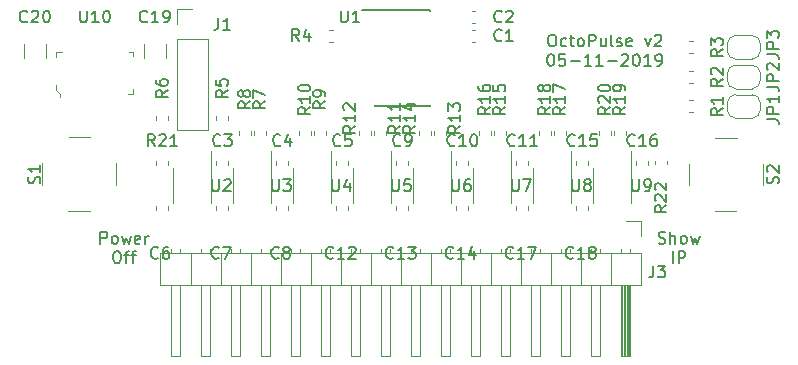
<source format=gto>
G04 #@! TF.GenerationSoftware,KiCad,Pcbnew,(5.1.4)-1*
G04 #@! TF.CreationDate,2019-11-05T21:54:15-05:00*
G04 #@! TF.ProjectId,haptic-uhat,68617074-6963-42d7-9568-61742e6b6963,rev?*
G04 #@! TF.SameCoordinates,Original*
G04 #@! TF.FileFunction,Legend,Top*
G04 #@! TF.FilePolarity,Positive*
%FSLAX46Y46*%
G04 Gerber Fmt 4.6, Leading zero omitted, Abs format (unit mm)*
G04 Created by KiCad (PCBNEW (5.1.4)-1) date 2019-11-05 21:54:15*
%MOMM*%
%LPD*%
G04 APERTURE LIST*
%ADD10C,0.150000*%
%ADD11C,0.100000*%
%ADD12C,0.120000*%
G04 APERTURE END LIST*
D10*
X66785714Y-50579761D02*
X66928571Y-50627380D01*
X67166666Y-50627380D01*
X67261904Y-50579761D01*
X67309523Y-50532142D01*
X67357142Y-50436904D01*
X67357142Y-50341666D01*
X67309523Y-50246428D01*
X67261904Y-50198809D01*
X67166666Y-50151190D01*
X66976190Y-50103571D01*
X66880952Y-50055952D01*
X66833333Y-50008333D01*
X66785714Y-49913095D01*
X66785714Y-49817857D01*
X66833333Y-49722619D01*
X66880952Y-49675000D01*
X66976190Y-49627380D01*
X67214285Y-49627380D01*
X67357142Y-49675000D01*
X67785714Y-50627380D02*
X67785714Y-49627380D01*
X68214285Y-50627380D02*
X68214285Y-50103571D01*
X68166666Y-50008333D01*
X68071428Y-49960714D01*
X67928571Y-49960714D01*
X67833333Y-50008333D01*
X67785714Y-50055952D01*
X68833333Y-50627380D02*
X68738095Y-50579761D01*
X68690476Y-50532142D01*
X68642857Y-50436904D01*
X68642857Y-50151190D01*
X68690476Y-50055952D01*
X68738095Y-50008333D01*
X68833333Y-49960714D01*
X68976190Y-49960714D01*
X69071428Y-50008333D01*
X69119047Y-50055952D01*
X69166666Y-50151190D01*
X69166666Y-50436904D01*
X69119047Y-50532142D01*
X69071428Y-50579761D01*
X68976190Y-50627380D01*
X68833333Y-50627380D01*
X69500000Y-49960714D02*
X69690476Y-50627380D01*
X69880952Y-50151190D01*
X70071428Y-50627380D01*
X70261904Y-49960714D01*
X68000000Y-52277380D02*
X68000000Y-51277380D01*
X68476190Y-52277380D02*
X68476190Y-51277380D01*
X68857142Y-51277380D01*
X68952380Y-51325000D01*
X69000000Y-51372619D01*
X69047619Y-51467857D01*
X69047619Y-51610714D01*
X69000000Y-51705952D01*
X68952380Y-51753571D01*
X68857142Y-51801190D01*
X68476190Y-51801190D01*
X19523809Y-50627380D02*
X19523809Y-49627380D01*
X19904761Y-49627380D01*
X19999999Y-49675000D01*
X20047619Y-49722619D01*
X20095238Y-49817857D01*
X20095238Y-49960714D01*
X20047619Y-50055952D01*
X19999999Y-50103571D01*
X19904761Y-50151190D01*
X19523809Y-50151190D01*
X20666666Y-50627380D02*
X20571428Y-50579761D01*
X20523809Y-50532142D01*
X20476190Y-50436904D01*
X20476190Y-50151190D01*
X20523809Y-50055952D01*
X20571428Y-50008333D01*
X20666666Y-49960714D01*
X20809523Y-49960714D01*
X20904761Y-50008333D01*
X20952380Y-50055952D01*
X20999999Y-50151190D01*
X20999999Y-50436904D01*
X20952380Y-50532142D01*
X20904761Y-50579761D01*
X20809523Y-50627380D01*
X20666666Y-50627380D01*
X21333333Y-49960714D02*
X21523809Y-50627380D01*
X21714285Y-50151190D01*
X21904761Y-50627380D01*
X22095238Y-49960714D01*
X22857142Y-50579761D02*
X22761904Y-50627380D01*
X22571428Y-50627380D01*
X22476190Y-50579761D01*
X22428571Y-50484523D01*
X22428571Y-50103571D01*
X22476190Y-50008333D01*
X22571428Y-49960714D01*
X22761904Y-49960714D01*
X22857142Y-50008333D01*
X22904761Y-50103571D01*
X22904761Y-50198809D01*
X22428571Y-50294047D01*
X23333333Y-50627380D02*
X23333333Y-49960714D01*
X23333333Y-50151190D02*
X23380952Y-50055952D01*
X23428571Y-50008333D01*
X23523809Y-49960714D01*
X23619047Y-49960714D01*
X20833333Y-51277380D02*
X21023809Y-51277380D01*
X21119047Y-51325000D01*
X21214285Y-51420238D01*
X21261904Y-51610714D01*
X21261904Y-51944047D01*
X21214285Y-52134523D01*
X21119047Y-52229761D01*
X21023809Y-52277380D01*
X20833333Y-52277380D01*
X20738095Y-52229761D01*
X20642857Y-52134523D01*
X20595238Y-51944047D01*
X20595238Y-51610714D01*
X20642857Y-51420238D01*
X20738095Y-51325000D01*
X20833333Y-51277380D01*
X21547619Y-51610714D02*
X21928571Y-51610714D01*
X21690476Y-52277380D02*
X21690476Y-51420238D01*
X21738095Y-51325000D01*
X21833333Y-51277380D01*
X21928571Y-51277380D01*
X22119047Y-51610714D02*
X22500000Y-51610714D01*
X22261904Y-52277380D02*
X22261904Y-51420238D01*
X22309523Y-51325000D01*
X22404761Y-51277380D01*
X22500000Y-51277380D01*
X57682380Y-32917380D02*
X57872857Y-32917380D01*
X57968095Y-32965000D01*
X58063333Y-33060238D01*
X58110952Y-33250714D01*
X58110952Y-33584047D01*
X58063333Y-33774523D01*
X57968095Y-33869761D01*
X57872857Y-33917380D01*
X57682380Y-33917380D01*
X57587142Y-33869761D01*
X57491904Y-33774523D01*
X57444285Y-33584047D01*
X57444285Y-33250714D01*
X57491904Y-33060238D01*
X57587142Y-32965000D01*
X57682380Y-32917380D01*
X58968095Y-33869761D02*
X58872857Y-33917380D01*
X58682380Y-33917380D01*
X58587142Y-33869761D01*
X58539523Y-33822142D01*
X58491904Y-33726904D01*
X58491904Y-33441190D01*
X58539523Y-33345952D01*
X58587142Y-33298333D01*
X58682380Y-33250714D01*
X58872857Y-33250714D01*
X58968095Y-33298333D01*
X59253809Y-33250714D02*
X59634761Y-33250714D01*
X59396666Y-32917380D02*
X59396666Y-33774523D01*
X59444285Y-33869761D01*
X59539523Y-33917380D01*
X59634761Y-33917380D01*
X60110952Y-33917380D02*
X60015714Y-33869761D01*
X59968095Y-33822142D01*
X59920476Y-33726904D01*
X59920476Y-33441190D01*
X59968095Y-33345952D01*
X60015714Y-33298333D01*
X60110952Y-33250714D01*
X60253809Y-33250714D01*
X60349047Y-33298333D01*
X60396666Y-33345952D01*
X60444285Y-33441190D01*
X60444285Y-33726904D01*
X60396666Y-33822142D01*
X60349047Y-33869761D01*
X60253809Y-33917380D01*
X60110952Y-33917380D01*
X60872857Y-33917380D02*
X60872857Y-32917380D01*
X61253809Y-32917380D01*
X61349047Y-32965000D01*
X61396666Y-33012619D01*
X61444285Y-33107857D01*
X61444285Y-33250714D01*
X61396666Y-33345952D01*
X61349047Y-33393571D01*
X61253809Y-33441190D01*
X60872857Y-33441190D01*
X62301428Y-33250714D02*
X62301428Y-33917380D01*
X61872857Y-33250714D02*
X61872857Y-33774523D01*
X61920476Y-33869761D01*
X62015714Y-33917380D01*
X62158571Y-33917380D01*
X62253809Y-33869761D01*
X62301428Y-33822142D01*
X62920476Y-33917380D02*
X62825238Y-33869761D01*
X62777619Y-33774523D01*
X62777619Y-32917380D01*
X63253809Y-33869761D02*
X63349047Y-33917380D01*
X63539523Y-33917380D01*
X63634761Y-33869761D01*
X63682380Y-33774523D01*
X63682380Y-33726904D01*
X63634761Y-33631666D01*
X63539523Y-33584047D01*
X63396666Y-33584047D01*
X63301428Y-33536428D01*
X63253809Y-33441190D01*
X63253809Y-33393571D01*
X63301428Y-33298333D01*
X63396666Y-33250714D01*
X63539523Y-33250714D01*
X63634761Y-33298333D01*
X64491904Y-33869761D02*
X64396666Y-33917380D01*
X64206190Y-33917380D01*
X64110952Y-33869761D01*
X64063333Y-33774523D01*
X64063333Y-33393571D01*
X64110952Y-33298333D01*
X64206190Y-33250714D01*
X64396666Y-33250714D01*
X64491904Y-33298333D01*
X64539523Y-33393571D01*
X64539523Y-33488809D01*
X64063333Y-33584047D01*
X65634761Y-33250714D02*
X65872857Y-33917380D01*
X66110952Y-33250714D01*
X66444285Y-33012619D02*
X66491904Y-32965000D01*
X66587142Y-32917380D01*
X66825238Y-32917380D01*
X66920476Y-32965000D01*
X66968095Y-33012619D01*
X67015714Y-33107857D01*
X67015714Y-33203095D01*
X66968095Y-33345952D01*
X66396666Y-33917380D01*
X67015714Y-33917380D01*
X57610952Y-34567380D02*
X57706190Y-34567380D01*
X57801428Y-34615000D01*
X57849047Y-34662619D01*
X57896666Y-34757857D01*
X57944285Y-34948333D01*
X57944285Y-35186428D01*
X57896666Y-35376904D01*
X57849047Y-35472142D01*
X57801428Y-35519761D01*
X57706190Y-35567380D01*
X57610952Y-35567380D01*
X57515714Y-35519761D01*
X57468095Y-35472142D01*
X57420476Y-35376904D01*
X57372857Y-35186428D01*
X57372857Y-34948333D01*
X57420476Y-34757857D01*
X57468095Y-34662619D01*
X57515714Y-34615000D01*
X57610952Y-34567380D01*
X58849047Y-34567380D02*
X58372857Y-34567380D01*
X58325238Y-35043571D01*
X58372857Y-34995952D01*
X58468095Y-34948333D01*
X58706190Y-34948333D01*
X58801428Y-34995952D01*
X58849047Y-35043571D01*
X58896666Y-35138809D01*
X58896666Y-35376904D01*
X58849047Y-35472142D01*
X58801428Y-35519761D01*
X58706190Y-35567380D01*
X58468095Y-35567380D01*
X58372857Y-35519761D01*
X58325238Y-35472142D01*
X59325238Y-35186428D02*
X60087142Y-35186428D01*
X61087142Y-35567380D02*
X60515714Y-35567380D01*
X60801428Y-35567380D02*
X60801428Y-34567380D01*
X60706190Y-34710238D01*
X60610952Y-34805476D01*
X60515714Y-34853095D01*
X62039523Y-35567380D02*
X61468095Y-35567380D01*
X61753809Y-35567380D02*
X61753809Y-34567380D01*
X61658571Y-34710238D01*
X61563333Y-34805476D01*
X61468095Y-34853095D01*
X62468095Y-35186428D02*
X63230000Y-35186428D01*
X63658571Y-34662619D02*
X63706190Y-34615000D01*
X63801428Y-34567380D01*
X64039523Y-34567380D01*
X64134761Y-34615000D01*
X64182380Y-34662619D01*
X64230000Y-34757857D01*
X64230000Y-34853095D01*
X64182380Y-34995952D01*
X63610952Y-35567380D01*
X64230000Y-35567380D01*
X64849047Y-34567380D02*
X64944285Y-34567380D01*
X65039523Y-34615000D01*
X65087142Y-34662619D01*
X65134761Y-34757857D01*
X65182380Y-34948333D01*
X65182380Y-35186428D01*
X65134761Y-35376904D01*
X65087142Y-35472142D01*
X65039523Y-35519761D01*
X64944285Y-35567380D01*
X64849047Y-35567380D01*
X64753809Y-35519761D01*
X64706190Y-35472142D01*
X64658571Y-35376904D01*
X64610952Y-35186428D01*
X64610952Y-34948333D01*
X64658571Y-34757857D01*
X64706190Y-34662619D01*
X64753809Y-34615000D01*
X64849047Y-34567380D01*
X66134761Y-35567380D02*
X65563333Y-35567380D01*
X65849047Y-35567380D02*
X65849047Y-34567380D01*
X65753809Y-34710238D01*
X65658571Y-34805476D01*
X65563333Y-34853095D01*
X66610952Y-35567380D02*
X66801428Y-35567380D01*
X66896666Y-35519761D01*
X66944285Y-35472142D01*
X67039523Y-35329285D01*
X67087142Y-35138809D01*
X67087142Y-34757857D01*
X67039523Y-34662619D01*
X66991904Y-34615000D01*
X66896666Y-34567380D01*
X66706190Y-34567380D01*
X66610952Y-34615000D01*
X66563333Y-34662619D01*
X66515714Y-34757857D01*
X66515714Y-34995952D01*
X66563333Y-35091190D01*
X66610952Y-35138809D01*
X66706190Y-35186428D01*
X66896666Y-35186428D01*
X66991904Y-35138809D01*
X67039523Y-35091190D01*
X67087142Y-34995952D01*
D11*
X71600000Y-47850000D02*
X73300000Y-47850000D01*
X75600000Y-44750000D02*
X75600000Y-43850000D01*
X75600000Y-44750000D02*
X75600000Y-45650000D01*
X69400000Y-44750000D02*
X69400000Y-43850000D01*
X69400000Y-44750000D02*
X69400000Y-45650000D01*
X71600000Y-41650000D02*
X73400000Y-41650000D01*
D12*
X66490000Y-43587221D02*
X66490000Y-43912779D01*
X67510000Y-43587221D02*
X67510000Y-43912779D01*
X14880000Y-33687936D02*
X14880000Y-34892064D01*
X13060000Y-33687936D02*
X13060000Y-34892064D01*
X29335000Y-43652221D02*
X29335000Y-43977779D01*
X30355000Y-43652221D02*
X30355000Y-43977779D01*
D10*
X47410000Y-30900000D02*
X47410000Y-30925000D01*
X47410000Y-38950000D02*
X47410000Y-38925000D01*
X42760000Y-38950000D02*
X42760000Y-38925000D01*
X41685000Y-30850000D02*
X47410000Y-30850000D01*
X42760000Y-38950000D02*
X47410000Y-38950000D01*
D12*
X50954721Y-33530000D02*
X51280279Y-33530000D01*
X50954721Y-32510000D02*
X51280279Y-32510000D01*
X50954721Y-30922500D02*
X51280279Y-30922500D01*
X50954721Y-31942500D02*
X51280279Y-31942500D01*
X34415000Y-43652221D02*
X34415000Y-43977779D01*
X35435000Y-43652221D02*
X35435000Y-43977779D01*
X39495000Y-43652221D02*
X39495000Y-43977779D01*
X40515000Y-43652221D02*
X40515000Y-43977779D01*
X24255000Y-47787779D02*
X24255000Y-47462221D01*
X25275000Y-47787779D02*
X25275000Y-47462221D01*
X29335000Y-47787779D02*
X29335000Y-47462221D01*
X30355000Y-47787779D02*
X30355000Y-47462221D01*
X34415000Y-47787779D02*
X34415000Y-47462221D01*
X35435000Y-47787779D02*
X35435000Y-47462221D01*
X44575000Y-43652221D02*
X44575000Y-43977779D01*
X45595000Y-43652221D02*
X45595000Y-43977779D01*
X50675000Y-43652221D02*
X50675000Y-43977779D01*
X49655000Y-43652221D02*
X49655000Y-43977779D01*
X54735000Y-43652221D02*
X54735000Y-43977779D01*
X55755000Y-43652221D02*
X55755000Y-43977779D01*
X40515000Y-47787779D02*
X40515000Y-47462221D01*
X39495000Y-47787779D02*
X39495000Y-47462221D01*
X45595000Y-47787779D02*
X45595000Y-47462221D01*
X44575000Y-47787779D02*
X44575000Y-47462221D01*
X49655000Y-47787779D02*
X49655000Y-47462221D01*
X50675000Y-47787779D02*
X50675000Y-47462221D01*
X60835000Y-43652221D02*
X60835000Y-43977779D01*
X59815000Y-43652221D02*
X59815000Y-43977779D01*
X64895000Y-43652221D02*
X64895000Y-43977779D01*
X65915000Y-43652221D02*
X65915000Y-43977779D01*
X54735000Y-47787779D02*
X54735000Y-47462221D01*
X55755000Y-47787779D02*
X55755000Y-47462221D01*
X59815000Y-47787779D02*
X59815000Y-47462221D01*
X60835000Y-47787779D02*
X60835000Y-47462221D01*
X65330000Y-51440000D02*
X24570000Y-51440000D01*
X24570000Y-51440000D02*
X24570000Y-54100000D01*
X24570000Y-54100000D02*
X65330000Y-54100000D01*
X65330000Y-54100000D02*
X65330000Y-51440000D01*
X64380000Y-54100000D02*
X64380000Y-60100000D01*
X64380000Y-60100000D02*
X63620000Y-60100000D01*
X63620000Y-60100000D02*
X63620000Y-54100000D01*
X64320000Y-54100000D02*
X64320000Y-60100000D01*
X64200000Y-54100000D02*
X64200000Y-60100000D01*
X64080000Y-54100000D02*
X64080000Y-60100000D01*
X63960000Y-54100000D02*
X63960000Y-60100000D01*
X63840000Y-54100000D02*
X63840000Y-60100000D01*
X63720000Y-54100000D02*
X63720000Y-60100000D01*
X64380000Y-51110000D02*
X64380000Y-51440000D01*
X63620000Y-51110000D02*
X63620000Y-51440000D01*
X62730000Y-51440000D02*
X62730000Y-54100000D01*
X61840000Y-54100000D02*
X61840000Y-60100000D01*
X61840000Y-60100000D02*
X61080000Y-60100000D01*
X61080000Y-60100000D02*
X61080000Y-54100000D01*
X61840000Y-51042929D02*
X61840000Y-51440000D01*
X61080000Y-51042929D02*
X61080000Y-51440000D01*
X60190000Y-51440000D02*
X60190000Y-54100000D01*
X59300000Y-54100000D02*
X59300000Y-60100000D01*
X59300000Y-60100000D02*
X58540000Y-60100000D01*
X58540000Y-60100000D02*
X58540000Y-54100000D01*
X59300000Y-51042929D02*
X59300000Y-51440000D01*
X58540000Y-51042929D02*
X58540000Y-51440000D01*
X57650000Y-51440000D02*
X57650000Y-54100000D01*
X56760000Y-54100000D02*
X56760000Y-60100000D01*
X56760000Y-60100000D02*
X56000000Y-60100000D01*
X56000000Y-60100000D02*
X56000000Y-54100000D01*
X56760000Y-51042929D02*
X56760000Y-51440000D01*
X56000000Y-51042929D02*
X56000000Y-51440000D01*
X55110000Y-51440000D02*
X55110000Y-54100000D01*
X54220000Y-54100000D02*
X54220000Y-60100000D01*
X54220000Y-60100000D02*
X53460000Y-60100000D01*
X53460000Y-60100000D02*
X53460000Y-54100000D01*
X54220000Y-51042929D02*
X54220000Y-51440000D01*
X53460000Y-51042929D02*
X53460000Y-51440000D01*
X52570000Y-51440000D02*
X52570000Y-54100000D01*
X51680000Y-54100000D02*
X51680000Y-60100000D01*
X51680000Y-60100000D02*
X50920000Y-60100000D01*
X50920000Y-60100000D02*
X50920000Y-54100000D01*
X51680000Y-51042929D02*
X51680000Y-51440000D01*
X50920000Y-51042929D02*
X50920000Y-51440000D01*
X50030000Y-51440000D02*
X50030000Y-54100000D01*
X49140000Y-54100000D02*
X49140000Y-60100000D01*
X49140000Y-60100000D02*
X48380000Y-60100000D01*
X48380000Y-60100000D02*
X48380000Y-54100000D01*
X49140000Y-51042929D02*
X49140000Y-51440000D01*
X48380000Y-51042929D02*
X48380000Y-51440000D01*
X47490000Y-51440000D02*
X47490000Y-54100000D01*
X46600000Y-54100000D02*
X46600000Y-60100000D01*
X46600000Y-60100000D02*
X45840000Y-60100000D01*
X45840000Y-60100000D02*
X45840000Y-54100000D01*
X46600000Y-51042929D02*
X46600000Y-51440000D01*
X45840000Y-51042929D02*
X45840000Y-51440000D01*
X44950000Y-51440000D02*
X44950000Y-54100000D01*
X44060000Y-54100000D02*
X44060000Y-60100000D01*
X44060000Y-60100000D02*
X43300000Y-60100000D01*
X43300000Y-60100000D02*
X43300000Y-54100000D01*
X44060000Y-51042929D02*
X44060000Y-51440000D01*
X43300000Y-51042929D02*
X43300000Y-51440000D01*
X42410000Y-51440000D02*
X42410000Y-54100000D01*
X41520000Y-54100000D02*
X41520000Y-60100000D01*
X41520000Y-60100000D02*
X40760000Y-60100000D01*
X40760000Y-60100000D02*
X40760000Y-54100000D01*
X41520000Y-51042929D02*
X41520000Y-51440000D01*
X40760000Y-51042929D02*
X40760000Y-51440000D01*
X39870000Y-51440000D02*
X39870000Y-54100000D01*
X38980000Y-54100000D02*
X38980000Y-60100000D01*
X38980000Y-60100000D02*
X38220000Y-60100000D01*
X38220000Y-60100000D02*
X38220000Y-54100000D01*
X38980000Y-51042929D02*
X38980000Y-51440000D01*
X38220000Y-51042929D02*
X38220000Y-51440000D01*
X37330000Y-51440000D02*
X37330000Y-54100000D01*
X36440000Y-54100000D02*
X36440000Y-60100000D01*
X36440000Y-60100000D02*
X35680000Y-60100000D01*
X35680000Y-60100000D02*
X35680000Y-54100000D01*
X36440000Y-51042929D02*
X36440000Y-51440000D01*
X35680000Y-51042929D02*
X35680000Y-51440000D01*
X34790000Y-51440000D02*
X34790000Y-54100000D01*
X33900000Y-54100000D02*
X33900000Y-60100000D01*
X33900000Y-60100000D02*
X33140000Y-60100000D01*
X33140000Y-60100000D02*
X33140000Y-54100000D01*
X33900000Y-51042929D02*
X33900000Y-51440000D01*
X33140000Y-51042929D02*
X33140000Y-51440000D01*
X32250000Y-51440000D02*
X32250000Y-54100000D01*
X31360000Y-54100000D02*
X31360000Y-60100000D01*
X31360000Y-60100000D02*
X30600000Y-60100000D01*
X30600000Y-60100000D02*
X30600000Y-54100000D01*
X31360000Y-51042929D02*
X31360000Y-51440000D01*
X30600000Y-51042929D02*
X30600000Y-51440000D01*
X29710000Y-51440000D02*
X29710000Y-54100000D01*
X28820000Y-54100000D02*
X28820000Y-60100000D01*
X28820000Y-60100000D02*
X28060000Y-60100000D01*
X28060000Y-60100000D02*
X28060000Y-54100000D01*
X28820000Y-51042929D02*
X28820000Y-51440000D01*
X28060000Y-51042929D02*
X28060000Y-51440000D01*
X27170000Y-51440000D02*
X27170000Y-54100000D01*
X26280000Y-54100000D02*
X26280000Y-60100000D01*
X26280000Y-60100000D02*
X25520000Y-60100000D01*
X25520000Y-60100000D02*
X25520000Y-54100000D01*
X26280000Y-51042929D02*
X26280000Y-51440000D01*
X25520000Y-51042929D02*
X25520000Y-51440000D01*
X64000000Y-48730000D02*
X65270000Y-48730000D01*
X65270000Y-48730000D02*
X65270000Y-50000000D01*
X69662779Y-39510000D02*
X69337221Y-39510000D01*
X69662779Y-38490000D02*
X69337221Y-38490000D01*
X69662779Y-35990000D02*
X69337221Y-35990000D01*
X69662779Y-37010000D02*
X69337221Y-37010000D01*
X69662779Y-34510000D02*
X69337221Y-34510000D01*
X69662779Y-33490000D02*
X69337221Y-33490000D01*
X38889721Y-33530000D02*
X39215279Y-33530000D01*
X38889721Y-32510000D02*
X39215279Y-32510000D01*
X28915000Y-45720000D02*
X28915000Y-42795000D01*
X28915000Y-45720000D02*
X28915000Y-47220000D01*
X25695000Y-45720000D02*
X25695000Y-44220000D01*
X25695000Y-45720000D02*
X25695000Y-47220000D01*
X30775000Y-45720000D02*
X30775000Y-47220000D01*
X30775000Y-45720000D02*
X30775000Y-44220000D01*
X33995000Y-45720000D02*
X33995000Y-47220000D01*
X33995000Y-45720000D02*
X33995000Y-42795000D01*
X35855000Y-45720000D02*
X35855000Y-47220000D01*
X35855000Y-45720000D02*
X35855000Y-44220000D01*
X39075000Y-45720000D02*
X39075000Y-47220000D01*
X39075000Y-45720000D02*
X39075000Y-42795000D01*
X44155000Y-45720000D02*
X44155000Y-42795000D01*
X44155000Y-45720000D02*
X44155000Y-47220000D01*
X40935000Y-45720000D02*
X40935000Y-44220000D01*
X40935000Y-45720000D02*
X40935000Y-47220000D01*
X46015000Y-45720000D02*
X46015000Y-47220000D01*
X46015000Y-45720000D02*
X46015000Y-44220000D01*
X49235000Y-45720000D02*
X49235000Y-47220000D01*
X49235000Y-45720000D02*
X49235000Y-42795000D01*
X51095000Y-45720000D02*
X51095000Y-47220000D01*
X51095000Y-45720000D02*
X51095000Y-44220000D01*
X54315000Y-45720000D02*
X54315000Y-47220000D01*
X54315000Y-45720000D02*
X54315000Y-42795000D01*
X59395000Y-45720000D02*
X59395000Y-42795000D01*
X59395000Y-45720000D02*
X59395000Y-47220000D01*
X56175000Y-45720000D02*
X56175000Y-44220000D01*
X56175000Y-45720000D02*
X56175000Y-47220000D01*
X64475000Y-45720000D02*
X64475000Y-42795000D01*
X64475000Y-45720000D02*
X64475000Y-47220000D01*
X61255000Y-45720000D02*
X61255000Y-44220000D01*
X61255000Y-45720000D02*
X61255000Y-47220000D01*
X73300000Y-40000000D02*
G75*
G02X72600000Y-39300000I0J700000D01*
G01*
X72600000Y-38700000D02*
G75*
G02X73300000Y-38000000I700000J0D01*
G01*
X74700000Y-38000000D02*
G75*
G02X75400000Y-38700000I0J-700000D01*
G01*
X75400000Y-39300000D02*
G75*
G02X74700000Y-40000000I-700000J0D01*
G01*
X75400000Y-38700000D02*
X75400000Y-39300000D01*
X73300000Y-38000000D02*
X74700000Y-38000000D01*
X72600000Y-39300000D02*
X72600000Y-38700000D01*
X74700000Y-40000000D02*
X73300000Y-40000000D01*
X74700000Y-37500000D02*
X73300000Y-37500000D01*
X72600000Y-36800000D02*
X72600000Y-36200000D01*
X73300000Y-35500000D02*
X74700000Y-35500000D01*
X75400000Y-36200000D02*
X75400000Y-36800000D01*
X75400000Y-36800000D02*
G75*
G02X74700000Y-37500000I-700000J0D01*
G01*
X74700000Y-35500000D02*
G75*
G02X75400000Y-36200000I0J-700000D01*
G01*
X72600000Y-36200000D02*
G75*
G02X73300000Y-35500000I700000J0D01*
G01*
X73300000Y-37500000D02*
G75*
G02X72600000Y-36800000I0J700000D01*
G01*
X73300000Y-35000000D02*
G75*
G02X72600000Y-34300000I0J700000D01*
G01*
X72600000Y-33700000D02*
G75*
G02X73300000Y-33000000I700000J0D01*
G01*
X74700000Y-33000000D02*
G75*
G02X75400000Y-33700000I0J-700000D01*
G01*
X75400000Y-34300000D02*
G75*
G02X74700000Y-35000000I-700000J0D01*
G01*
X75400000Y-33700000D02*
X75400000Y-34300000D01*
X73300000Y-33000000D02*
X74700000Y-33000000D01*
X72600000Y-34300000D02*
X72600000Y-33700000D01*
X74700000Y-35000000D02*
X73300000Y-35000000D01*
X29335000Y-39842221D02*
X29335000Y-40167779D01*
X30355000Y-39842221D02*
X30355000Y-40167779D01*
X25275000Y-39842221D02*
X25275000Y-40167779D01*
X24255000Y-39842221D02*
X24255000Y-40167779D01*
X32510000Y-41112221D02*
X32510000Y-41437779D01*
X33530000Y-41112221D02*
X33530000Y-41437779D01*
X32260000Y-41112221D02*
X32260000Y-41437779D01*
X31240000Y-41112221D02*
X31240000Y-41437779D01*
X37590000Y-41112221D02*
X37590000Y-41437779D01*
X38610000Y-41112221D02*
X38610000Y-41437779D01*
X37340000Y-41112221D02*
X37340000Y-41437779D01*
X36320000Y-41112221D02*
X36320000Y-41437779D01*
X43690000Y-41112221D02*
X43690000Y-41437779D01*
X42670000Y-41112221D02*
X42670000Y-41437779D01*
X41400000Y-41112221D02*
X41400000Y-41437779D01*
X42420000Y-41112221D02*
X42420000Y-41437779D01*
X47750000Y-41112221D02*
X47750000Y-41437779D01*
X48770000Y-41112221D02*
X48770000Y-41437779D01*
X46480000Y-41112221D02*
X46480000Y-41437779D01*
X47500000Y-41112221D02*
X47500000Y-41437779D01*
X53850000Y-41112221D02*
X53850000Y-41437779D01*
X52830000Y-41112221D02*
X52830000Y-41437779D01*
X52580000Y-41112221D02*
X52580000Y-41437779D01*
X51560000Y-41112221D02*
X51560000Y-41437779D01*
X57910000Y-41112221D02*
X57910000Y-41437779D01*
X58930000Y-41112221D02*
X58930000Y-41437779D01*
X57660000Y-41112221D02*
X57660000Y-41437779D01*
X56640000Y-41112221D02*
X56640000Y-41437779D01*
X62990000Y-41112221D02*
X62990000Y-41437779D01*
X64010000Y-41112221D02*
X64010000Y-41437779D01*
X62740000Y-41112221D02*
X62740000Y-41437779D01*
X61720000Y-41112221D02*
X61720000Y-41437779D01*
X25975000Y-41017500D02*
X28635000Y-41017500D01*
X25975000Y-33337500D02*
X25975000Y-41017500D01*
X28635000Y-33337500D02*
X28635000Y-41017500D01*
X25975000Y-33337500D02*
X28635000Y-33337500D01*
X25975000Y-32067500D02*
X25975000Y-30737500D01*
X25975000Y-30737500D02*
X27305000Y-30737500D01*
X25040000Y-34892064D02*
X25040000Y-33687936D01*
X23220000Y-34892064D02*
X23220000Y-33687936D01*
X24255000Y-43977779D02*
X24255000Y-43652221D01*
X25275000Y-43977779D02*
X25275000Y-43652221D01*
D11*
X18603800Y-47829400D02*
X16803800Y-47829400D01*
X20803800Y-44729400D02*
X20803800Y-43829400D01*
X20803800Y-44729400D02*
X20803800Y-45629400D01*
X14603800Y-44729400D02*
X14603800Y-43829400D01*
X14603800Y-44729400D02*
X14603800Y-45629400D01*
X18603800Y-41629400D02*
X16903800Y-41629400D01*
X15775000Y-37170000D02*
X15775000Y-37645000D01*
X15775000Y-37645000D02*
X16075000Y-37970000D01*
X16075000Y-37970000D02*
X16075000Y-38165000D01*
X22325000Y-37495000D02*
X22325000Y-37970000D01*
X22325000Y-37970000D02*
X21875000Y-37970000D01*
X16275000Y-34420000D02*
X15775000Y-34420000D01*
X15775000Y-34420000D02*
X15775000Y-34820000D01*
X21950000Y-34420000D02*
X22325000Y-34420000D01*
X22325000Y-34420000D02*
X22325000Y-34720000D01*
D10*
X76904761Y-45511904D02*
X76952380Y-45369047D01*
X76952380Y-45130952D01*
X76904761Y-45035714D01*
X76857142Y-44988095D01*
X76761904Y-44940476D01*
X76666666Y-44940476D01*
X76571428Y-44988095D01*
X76523809Y-45035714D01*
X76476190Y-45130952D01*
X76428571Y-45321428D01*
X76380952Y-45416666D01*
X76333333Y-45464285D01*
X76238095Y-45511904D01*
X76142857Y-45511904D01*
X76047619Y-45464285D01*
X76000000Y-45416666D01*
X75952380Y-45321428D01*
X75952380Y-45083333D01*
X76000000Y-44940476D01*
X76047619Y-44559523D02*
X76000000Y-44511904D01*
X75952380Y-44416666D01*
X75952380Y-44178571D01*
X76000000Y-44083333D01*
X76047619Y-44035714D01*
X76142857Y-43988095D01*
X76238095Y-43988095D01*
X76380952Y-44035714D01*
X76952380Y-44607142D01*
X76952380Y-43988095D01*
X67452380Y-47392857D02*
X66976190Y-47726190D01*
X67452380Y-47964285D02*
X66452380Y-47964285D01*
X66452380Y-47583333D01*
X66500000Y-47488095D01*
X66547619Y-47440476D01*
X66642857Y-47392857D01*
X66785714Y-47392857D01*
X66880952Y-47440476D01*
X66928571Y-47488095D01*
X66976190Y-47583333D01*
X66976190Y-47964285D01*
X66547619Y-47011904D02*
X66500000Y-46964285D01*
X66452380Y-46869047D01*
X66452380Y-46630952D01*
X66500000Y-46535714D01*
X66547619Y-46488095D01*
X66642857Y-46440476D01*
X66738095Y-46440476D01*
X66880952Y-46488095D01*
X67452380Y-47059523D01*
X67452380Y-46440476D01*
X66547619Y-46059523D02*
X66500000Y-46011904D01*
X66452380Y-45916666D01*
X66452380Y-45678571D01*
X66500000Y-45583333D01*
X66547619Y-45535714D01*
X66642857Y-45488095D01*
X66738095Y-45488095D01*
X66880952Y-45535714D01*
X67452380Y-46107142D01*
X67452380Y-45488095D01*
X13327142Y-31789642D02*
X13279523Y-31837261D01*
X13136666Y-31884880D01*
X13041428Y-31884880D01*
X12898571Y-31837261D01*
X12803333Y-31742023D01*
X12755714Y-31646785D01*
X12708095Y-31456309D01*
X12708095Y-31313452D01*
X12755714Y-31122976D01*
X12803333Y-31027738D01*
X12898571Y-30932500D01*
X13041428Y-30884880D01*
X13136666Y-30884880D01*
X13279523Y-30932500D01*
X13327142Y-30980119D01*
X13708095Y-30980119D02*
X13755714Y-30932500D01*
X13850952Y-30884880D01*
X14089047Y-30884880D01*
X14184285Y-30932500D01*
X14231904Y-30980119D01*
X14279523Y-31075357D01*
X14279523Y-31170595D01*
X14231904Y-31313452D01*
X13660476Y-31884880D01*
X14279523Y-31884880D01*
X14898571Y-30884880D02*
X14993809Y-30884880D01*
X15089047Y-30932500D01*
X15136666Y-30980119D01*
X15184285Y-31075357D01*
X15231904Y-31265833D01*
X15231904Y-31503928D01*
X15184285Y-31694404D01*
X15136666Y-31789642D01*
X15089047Y-31837261D01*
X14993809Y-31884880D01*
X14898571Y-31884880D01*
X14803333Y-31837261D01*
X14755714Y-31789642D01*
X14708095Y-31694404D01*
X14660476Y-31503928D01*
X14660476Y-31265833D01*
X14708095Y-31075357D01*
X14755714Y-30980119D01*
X14803333Y-30932500D01*
X14898571Y-30884880D01*
X29678333Y-42267142D02*
X29630714Y-42314761D01*
X29487857Y-42362380D01*
X29392619Y-42362380D01*
X29249761Y-42314761D01*
X29154523Y-42219523D01*
X29106904Y-42124285D01*
X29059285Y-41933809D01*
X29059285Y-41790952D01*
X29106904Y-41600476D01*
X29154523Y-41505238D01*
X29249761Y-41410000D01*
X29392619Y-41362380D01*
X29487857Y-41362380D01*
X29630714Y-41410000D01*
X29678333Y-41457619D01*
X30011666Y-41362380D02*
X30630714Y-41362380D01*
X30297380Y-41743333D01*
X30440238Y-41743333D01*
X30535476Y-41790952D01*
X30583095Y-41838571D01*
X30630714Y-41933809D01*
X30630714Y-42171904D01*
X30583095Y-42267142D01*
X30535476Y-42314761D01*
X30440238Y-42362380D01*
X30154523Y-42362380D01*
X30059285Y-42314761D01*
X30011666Y-42267142D01*
X39878095Y-30884880D02*
X39878095Y-31694404D01*
X39925714Y-31789642D01*
X39973333Y-31837261D01*
X40068571Y-31884880D01*
X40259047Y-31884880D01*
X40354285Y-31837261D01*
X40401904Y-31789642D01*
X40449523Y-31694404D01*
X40449523Y-30884880D01*
X41449523Y-31884880D02*
X40878095Y-31884880D01*
X41163809Y-31884880D02*
X41163809Y-30884880D01*
X41068571Y-31027738D01*
X40973333Y-31122976D01*
X40878095Y-31170595D01*
X53490833Y-33377142D02*
X53443214Y-33424761D01*
X53300357Y-33472380D01*
X53205119Y-33472380D01*
X53062261Y-33424761D01*
X52967023Y-33329523D01*
X52919404Y-33234285D01*
X52871785Y-33043809D01*
X52871785Y-32900952D01*
X52919404Y-32710476D01*
X52967023Y-32615238D01*
X53062261Y-32520000D01*
X53205119Y-32472380D01*
X53300357Y-32472380D01*
X53443214Y-32520000D01*
X53490833Y-32567619D01*
X54443214Y-33472380D02*
X53871785Y-33472380D01*
X54157500Y-33472380D02*
X54157500Y-32472380D01*
X54062261Y-32615238D01*
X53967023Y-32710476D01*
X53871785Y-32758095D01*
X53490833Y-31789642D02*
X53443214Y-31837261D01*
X53300357Y-31884880D01*
X53205119Y-31884880D01*
X53062261Y-31837261D01*
X52967023Y-31742023D01*
X52919404Y-31646785D01*
X52871785Y-31456309D01*
X52871785Y-31313452D01*
X52919404Y-31122976D01*
X52967023Y-31027738D01*
X53062261Y-30932500D01*
X53205119Y-30884880D01*
X53300357Y-30884880D01*
X53443214Y-30932500D01*
X53490833Y-30980119D01*
X53871785Y-30980119D02*
X53919404Y-30932500D01*
X54014642Y-30884880D01*
X54252738Y-30884880D01*
X54347976Y-30932500D01*
X54395595Y-30980119D01*
X54443214Y-31075357D01*
X54443214Y-31170595D01*
X54395595Y-31313452D01*
X53824166Y-31884880D01*
X54443214Y-31884880D01*
X34758333Y-42267142D02*
X34710714Y-42314761D01*
X34567857Y-42362380D01*
X34472619Y-42362380D01*
X34329761Y-42314761D01*
X34234523Y-42219523D01*
X34186904Y-42124285D01*
X34139285Y-41933809D01*
X34139285Y-41790952D01*
X34186904Y-41600476D01*
X34234523Y-41505238D01*
X34329761Y-41410000D01*
X34472619Y-41362380D01*
X34567857Y-41362380D01*
X34710714Y-41410000D01*
X34758333Y-41457619D01*
X35615476Y-41695714D02*
X35615476Y-42362380D01*
X35377380Y-41314761D02*
X35139285Y-42029047D01*
X35758333Y-42029047D01*
X39838333Y-42267142D02*
X39790714Y-42314761D01*
X39647857Y-42362380D01*
X39552619Y-42362380D01*
X39409761Y-42314761D01*
X39314523Y-42219523D01*
X39266904Y-42124285D01*
X39219285Y-41933809D01*
X39219285Y-41790952D01*
X39266904Y-41600476D01*
X39314523Y-41505238D01*
X39409761Y-41410000D01*
X39552619Y-41362380D01*
X39647857Y-41362380D01*
X39790714Y-41410000D01*
X39838333Y-41457619D01*
X40743095Y-41362380D02*
X40266904Y-41362380D01*
X40219285Y-41838571D01*
X40266904Y-41790952D01*
X40362142Y-41743333D01*
X40600238Y-41743333D01*
X40695476Y-41790952D01*
X40743095Y-41838571D01*
X40790714Y-41933809D01*
X40790714Y-42171904D01*
X40743095Y-42267142D01*
X40695476Y-42314761D01*
X40600238Y-42362380D01*
X40362142Y-42362380D01*
X40266904Y-42314761D01*
X40219285Y-42267142D01*
X24403333Y-51797142D02*
X24355714Y-51844761D01*
X24212857Y-51892380D01*
X24117619Y-51892380D01*
X23974761Y-51844761D01*
X23879523Y-51749523D01*
X23831904Y-51654285D01*
X23784285Y-51463809D01*
X23784285Y-51320952D01*
X23831904Y-51130476D01*
X23879523Y-51035238D01*
X23974761Y-50940000D01*
X24117619Y-50892380D01*
X24212857Y-50892380D01*
X24355714Y-50940000D01*
X24403333Y-50987619D01*
X25260476Y-50892380D02*
X25070000Y-50892380D01*
X24974761Y-50940000D01*
X24927142Y-50987619D01*
X24831904Y-51130476D01*
X24784285Y-51320952D01*
X24784285Y-51701904D01*
X24831904Y-51797142D01*
X24879523Y-51844761D01*
X24974761Y-51892380D01*
X25165238Y-51892380D01*
X25260476Y-51844761D01*
X25308095Y-51797142D01*
X25355714Y-51701904D01*
X25355714Y-51463809D01*
X25308095Y-51368571D01*
X25260476Y-51320952D01*
X25165238Y-51273333D01*
X24974761Y-51273333D01*
X24879523Y-51320952D01*
X24831904Y-51368571D01*
X24784285Y-51463809D01*
X29543333Y-51797142D02*
X29495714Y-51844761D01*
X29352857Y-51892380D01*
X29257619Y-51892380D01*
X29114761Y-51844761D01*
X29019523Y-51749523D01*
X28971904Y-51654285D01*
X28924285Y-51463809D01*
X28924285Y-51320952D01*
X28971904Y-51130476D01*
X29019523Y-51035238D01*
X29114761Y-50940000D01*
X29257619Y-50892380D01*
X29352857Y-50892380D01*
X29495714Y-50940000D01*
X29543333Y-50987619D01*
X29876666Y-50892380D02*
X30543333Y-50892380D01*
X30114761Y-51892380D01*
X34623333Y-51797142D02*
X34575714Y-51844761D01*
X34432857Y-51892380D01*
X34337619Y-51892380D01*
X34194761Y-51844761D01*
X34099523Y-51749523D01*
X34051904Y-51654285D01*
X34004285Y-51463809D01*
X34004285Y-51320952D01*
X34051904Y-51130476D01*
X34099523Y-51035238D01*
X34194761Y-50940000D01*
X34337619Y-50892380D01*
X34432857Y-50892380D01*
X34575714Y-50940000D01*
X34623333Y-50987619D01*
X35194761Y-51320952D02*
X35099523Y-51273333D01*
X35051904Y-51225714D01*
X35004285Y-51130476D01*
X35004285Y-51082857D01*
X35051904Y-50987619D01*
X35099523Y-50940000D01*
X35194761Y-50892380D01*
X35385238Y-50892380D01*
X35480476Y-50940000D01*
X35528095Y-50987619D01*
X35575714Y-51082857D01*
X35575714Y-51130476D01*
X35528095Y-51225714D01*
X35480476Y-51273333D01*
X35385238Y-51320952D01*
X35194761Y-51320952D01*
X35099523Y-51368571D01*
X35051904Y-51416190D01*
X35004285Y-51511428D01*
X35004285Y-51701904D01*
X35051904Y-51797142D01*
X35099523Y-51844761D01*
X35194761Y-51892380D01*
X35385238Y-51892380D01*
X35480476Y-51844761D01*
X35528095Y-51797142D01*
X35575714Y-51701904D01*
X35575714Y-51511428D01*
X35528095Y-51416190D01*
X35480476Y-51368571D01*
X35385238Y-51320952D01*
X44918333Y-42267142D02*
X44870714Y-42314761D01*
X44727857Y-42362380D01*
X44632619Y-42362380D01*
X44489761Y-42314761D01*
X44394523Y-42219523D01*
X44346904Y-42124285D01*
X44299285Y-41933809D01*
X44299285Y-41790952D01*
X44346904Y-41600476D01*
X44394523Y-41505238D01*
X44489761Y-41410000D01*
X44632619Y-41362380D01*
X44727857Y-41362380D01*
X44870714Y-41410000D01*
X44918333Y-41457619D01*
X45394523Y-42362380D02*
X45585000Y-42362380D01*
X45680238Y-42314761D01*
X45727857Y-42267142D01*
X45823095Y-42124285D01*
X45870714Y-41933809D01*
X45870714Y-41552857D01*
X45823095Y-41457619D01*
X45775476Y-41410000D01*
X45680238Y-41362380D01*
X45489761Y-41362380D01*
X45394523Y-41410000D01*
X45346904Y-41457619D01*
X45299285Y-41552857D01*
X45299285Y-41790952D01*
X45346904Y-41886190D01*
X45394523Y-41933809D01*
X45489761Y-41981428D01*
X45680238Y-41981428D01*
X45775476Y-41933809D01*
X45823095Y-41886190D01*
X45870714Y-41790952D01*
X49522142Y-42267142D02*
X49474523Y-42314761D01*
X49331666Y-42362380D01*
X49236428Y-42362380D01*
X49093571Y-42314761D01*
X48998333Y-42219523D01*
X48950714Y-42124285D01*
X48903095Y-41933809D01*
X48903095Y-41790952D01*
X48950714Y-41600476D01*
X48998333Y-41505238D01*
X49093571Y-41410000D01*
X49236428Y-41362380D01*
X49331666Y-41362380D01*
X49474523Y-41410000D01*
X49522142Y-41457619D01*
X50474523Y-42362380D02*
X49903095Y-42362380D01*
X50188809Y-42362380D02*
X50188809Y-41362380D01*
X50093571Y-41505238D01*
X49998333Y-41600476D01*
X49903095Y-41648095D01*
X51093571Y-41362380D02*
X51188809Y-41362380D01*
X51284047Y-41410000D01*
X51331666Y-41457619D01*
X51379285Y-41552857D01*
X51426904Y-41743333D01*
X51426904Y-41981428D01*
X51379285Y-42171904D01*
X51331666Y-42267142D01*
X51284047Y-42314761D01*
X51188809Y-42362380D01*
X51093571Y-42362380D01*
X50998333Y-42314761D01*
X50950714Y-42267142D01*
X50903095Y-42171904D01*
X50855476Y-41981428D01*
X50855476Y-41743333D01*
X50903095Y-41552857D01*
X50950714Y-41457619D01*
X50998333Y-41410000D01*
X51093571Y-41362380D01*
X54602142Y-42267142D02*
X54554523Y-42314761D01*
X54411666Y-42362380D01*
X54316428Y-42362380D01*
X54173571Y-42314761D01*
X54078333Y-42219523D01*
X54030714Y-42124285D01*
X53983095Y-41933809D01*
X53983095Y-41790952D01*
X54030714Y-41600476D01*
X54078333Y-41505238D01*
X54173571Y-41410000D01*
X54316428Y-41362380D01*
X54411666Y-41362380D01*
X54554523Y-41410000D01*
X54602142Y-41457619D01*
X55554523Y-42362380D02*
X54983095Y-42362380D01*
X55268809Y-42362380D02*
X55268809Y-41362380D01*
X55173571Y-41505238D01*
X55078333Y-41600476D01*
X54983095Y-41648095D01*
X56506904Y-42362380D02*
X55935476Y-42362380D01*
X56221190Y-42362380D02*
X56221190Y-41362380D01*
X56125952Y-41505238D01*
X56030714Y-41600476D01*
X55935476Y-41648095D01*
X39227142Y-51797142D02*
X39179523Y-51844761D01*
X39036666Y-51892380D01*
X38941428Y-51892380D01*
X38798571Y-51844761D01*
X38703333Y-51749523D01*
X38655714Y-51654285D01*
X38608095Y-51463809D01*
X38608095Y-51320952D01*
X38655714Y-51130476D01*
X38703333Y-51035238D01*
X38798571Y-50940000D01*
X38941428Y-50892380D01*
X39036666Y-50892380D01*
X39179523Y-50940000D01*
X39227142Y-50987619D01*
X40179523Y-51892380D02*
X39608095Y-51892380D01*
X39893809Y-51892380D02*
X39893809Y-50892380D01*
X39798571Y-51035238D01*
X39703333Y-51130476D01*
X39608095Y-51178095D01*
X40560476Y-50987619D02*
X40608095Y-50940000D01*
X40703333Y-50892380D01*
X40941428Y-50892380D01*
X41036666Y-50940000D01*
X41084285Y-50987619D01*
X41131904Y-51082857D01*
X41131904Y-51178095D01*
X41084285Y-51320952D01*
X40512857Y-51892380D01*
X41131904Y-51892380D01*
X44307142Y-51797142D02*
X44259523Y-51844761D01*
X44116666Y-51892380D01*
X44021428Y-51892380D01*
X43878571Y-51844761D01*
X43783333Y-51749523D01*
X43735714Y-51654285D01*
X43688095Y-51463809D01*
X43688095Y-51320952D01*
X43735714Y-51130476D01*
X43783333Y-51035238D01*
X43878571Y-50940000D01*
X44021428Y-50892380D01*
X44116666Y-50892380D01*
X44259523Y-50940000D01*
X44307142Y-50987619D01*
X45259523Y-51892380D02*
X44688095Y-51892380D01*
X44973809Y-51892380D02*
X44973809Y-50892380D01*
X44878571Y-51035238D01*
X44783333Y-51130476D01*
X44688095Y-51178095D01*
X45592857Y-50892380D02*
X46211904Y-50892380D01*
X45878571Y-51273333D01*
X46021428Y-51273333D01*
X46116666Y-51320952D01*
X46164285Y-51368571D01*
X46211904Y-51463809D01*
X46211904Y-51701904D01*
X46164285Y-51797142D01*
X46116666Y-51844761D01*
X46021428Y-51892380D01*
X45735714Y-51892380D01*
X45640476Y-51844761D01*
X45592857Y-51797142D01*
X49387142Y-51797142D02*
X49339523Y-51844761D01*
X49196666Y-51892380D01*
X49101428Y-51892380D01*
X48958571Y-51844761D01*
X48863333Y-51749523D01*
X48815714Y-51654285D01*
X48768095Y-51463809D01*
X48768095Y-51320952D01*
X48815714Y-51130476D01*
X48863333Y-51035238D01*
X48958571Y-50940000D01*
X49101428Y-50892380D01*
X49196666Y-50892380D01*
X49339523Y-50940000D01*
X49387142Y-50987619D01*
X50339523Y-51892380D02*
X49768095Y-51892380D01*
X50053809Y-51892380D02*
X50053809Y-50892380D01*
X49958571Y-51035238D01*
X49863333Y-51130476D01*
X49768095Y-51178095D01*
X51196666Y-51225714D02*
X51196666Y-51892380D01*
X50958571Y-50844761D02*
X50720476Y-51559047D01*
X51339523Y-51559047D01*
X59682142Y-42267142D02*
X59634523Y-42314761D01*
X59491666Y-42362380D01*
X59396428Y-42362380D01*
X59253571Y-42314761D01*
X59158333Y-42219523D01*
X59110714Y-42124285D01*
X59063095Y-41933809D01*
X59063095Y-41790952D01*
X59110714Y-41600476D01*
X59158333Y-41505238D01*
X59253571Y-41410000D01*
X59396428Y-41362380D01*
X59491666Y-41362380D01*
X59634523Y-41410000D01*
X59682142Y-41457619D01*
X60634523Y-42362380D02*
X60063095Y-42362380D01*
X60348809Y-42362380D02*
X60348809Y-41362380D01*
X60253571Y-41505238D01*
X60158333Y-41600476D01*
X60063095Y-41648095D01*
X61539285Y-41362380D02*
X61063095Y-41362380D01*
X61015476Y-41838571D01*
X61063095Y-41790952D01*
X61158333Y-41743333D01*
X61396428Y-41743333D01*
X61491666Y-41790952D01*
X61539285Y-41838571D01*
X61586904Y-41933809D01*
X61586904Y-42171904D01*
X61539285Y-42267142D01*
X61491666Y-42314761D01*
X61396428Y-42362380D01*
X61158333Y-42362380D01*
X61063095Y-42314761D01*
X61015476Y-42267142D01*
X64762142Y-42267142D02*
X64714523Y-42314761D01*
X64571666Y-42362380D01*
X64476428Y-42362380D01*
X64333571Y-42314761D01*
X64238333Y-42219523D01*
X64190714Y-42124285D01*
X64143095Y-41933809D01*
X64143095Y-41790952D01*
X64190714Y-41600476D01*
X64238333Y-41505238D01*
X64333571Y-41410000D01*
X64476428Y-41362380D01*
X64571666Y-41362380D01*
X64714523Y-41410000D01*
X64762142Y-41457619D01*
X65714523Y-42362380D02*
X65143095Y-42362380D01*
X65428809Y-42362380D02*
X65428809Y-41362380D01*
X65333571Y-41505238D01*
X65238333Y-41600476D01*
X65143095Y-41648095D01*
X66571666Y-41362380D02*
X66381190Y-41362380D01*
X66285952Y-41410000D01*
X66238333Y-41457619D01*
X66143095Y-41600476D01*
X66095476Y-41790952D01*
X66095476Y-42171904D01*
X66143095Y-42267142D01*
X66190714Y-42314761D01*
X66285952Y-42362380D01*
X66476428Y-42362380D01*
X66571666Y-42314761D01*
X66619285Y-42267142D01*
X66666904Y-42171904D01*
X66666904Y-41933809D01*
X66619285Y-41838571D01*
X66571666Y-41790952D01*
X66476428Y-41743333D01*
X66285952Y-41743333D01*
X66190714Y-41790952D01*
X66143095Y-41838571D01*
X66095476Y-41933809D01*
X54467142Y-51797142D02*
X54419523Y-51844761D01*
X54276666Y-51892380D01*
X54181428Y-51892380D01*
X54038571Y-51844761D01*
X53943333Y-51749523D01*
X53895714Y-51654285D01*
X53848095Y-51463809D01*
X53848095Y-51320952D01*
X53895714Y-51130476D01*
X53943333Y-51035238D01*
X54038571Y-50940000D01*
X54181428Y-50892380D01*
X54276666Y-50892380D01*
X54419523Y-50940000D01*
X54467142Y-50987619D01*
X55419523Y-51892380D02*
X54848095Y-51892380D01*
X55133809Y-51892380D02*
X55133809Y-50892380D01*
X55038571Y-51035238D01*
X54943333Y-51130476D01*
X54848095Y-51178095D01*
X55752857Y-50892380D02*
X56419523Y-50892380D01*
X55990952Y-51892380D01*
X59547142Y-51797142D02*
X59499523Y-51844761D01*
X59356666Y-51892380D01*
X59261428Y-51892380D01*
X59118571Y-51844761D01*
X59023333Y-51749523D01*
X58975714Y-51654285D01*
X58928095Y-51463809D01*
X58928095Y-51320952D01*
X58975714Y-51130476D01*
X59023333Y-51035238D01*
X59118571Y-50940000D01*
X59261428Y-50892380D01*
X59356666Y-50892380D01*
X59499523Y-50940000D01*
X59547142Y-50987619D01*
X60499523Y-51892380D02*
X59928095Y-51892380D01*
X60213809Y-51892380D02*
X60213809Y-50892380D01*
X60118571Y-51035238D01*
X60023333Y-51130476D01*
X59928095Y-51178095D01*
X61070952Y-51320952D02*
X60975714Y-51273333D01*
X60928095Y-51225714D01*
X60880476Y-51130476D01*
X60880476Y-51082857D01*
X60928095Y-50987619D01*
X60975714Y-50940000D01*
X61070952Y-50892380D01*
X61261428Y-50892380D01*
X61356666Y-50940000D01*
X61404285Y-50987619D01*
X61451904Y-51082857D01*
X61451904Y-51130476D01*
X61404285Y-51225714D01*
X61356666Y-51273333D01*
X61261428Y-51320952D01*
X61070952Y-51320952D01*
X60975714Y-51368571D01*
X60928095Y-51416190D01*
X60880476Y-51511428D01*
X60880476Y-51701904D01*
X60928095Y-51797142D01*
X60975714Y-51844761D01*
X61070952Y-51892380D01*
X61261428Y-51892380D01*
X61356666Y-51844761D01*
X61404285Y-51797142D01*
X61451904Y-51701904D01*
X61451904Y-51511428D01*
X61404285Y-51416190D01*
X61356666Y-51368571D01*
X61261428Y-51320952D01*
X66341666Y-52474880D02*
X66341666Y-53189166D01*
X66294047Y-53332023D01*
X66198809Y-53427261D01*
X66055952Y-53474880D01*
X65960714Y-53474880D01*
X66722619Y-52474880D02*
X67341666Y-52474880D01*
X67008333Y-52855833D01*
X67151190Y-52855833D01*
X67246428Y-52903452D01*
X67294047Y-52951071D01*
X67341666Y-53046309D01*
X67341666Y-53284404D01*
X67294047Y-53379642D01*
X67246428Y-53427261D01*
X67151190Y-53474880D01*
X66865476Y-53474880D01*
X66770238Y-53427261D01*
X66722619Y-53379642D01*
X72202380Y-39166666D02*
X71726190Y-39500000D01*
X72202380Y-39738095D02*
X71202380Y-39738095D01*
X71202380Y-39357142D01*
X71250000Y-39261904D01*
X71297619Y-39214285D01*
X71392857Y-39166666D01*
X71535714Y-39166666D01*
X71630952Y-39214285D01*
X71678571Y-39261904D01*
X71726190Y-39357142D01*
X71726190Y-39738095D01*
X72202380Y-38214285D02*
X72202380Y-38785714D01*
X72202380Y-38500000D02*
X71202380Y-38500000D01*
X71345238Y-38595238D01*
X71440476Y-38690476D01*
X71488095Y-38785714D01*
X72202380Y-36666666D02*
X71726190Y-37000000D01*
X72202380Y-37238095D02*
X71202380Y-37238095D01*
X71202380Y-36857142D01*
X71250000Y-36761904D01*
X71297619Y-36714285D01*
X71392857Y-36666666D01*
X71535714Y-36666666D01*
X71630952Y-36714285D01*
X71678571Y-36761904D01*
X71726190Y-36857142D01*
X71726190Y-37238095D01*
X71297619Y-36285714D02*
X71250000Y-36238095D01*
X71202380Y-36142857D01*
X71202380Y-35904761D01*
X71250000Y-35809523D01*
X71297619Y-35761904D01*
X71392857Y-35714285D01*
X71488095Y-35714285D01*
X71630952Y-35761904D01*
X72202380Y-36333333D01*
X72202380Y-35714285D01*
X72202380Y-34166666D02*
X71726190Y-34500000D01*
X72202380Y-34738095D02*
X71202380Y-34738095D01*
X71202380Y-34357142D01*
X71250000Y-34261904D01*
X71297619Y-34214285D01*
X71392857Y-34166666D01*
X71535714Y-34166666D01*
X71630952Y-34214285D01*
X71678571Y-34261904D01*
X71726190Y-34357142D01*
X71726190Y-34738095D01*
X71202380Y-33833333D02*
X71202380Y-33214285D01*
X71583333Y-33547619D01*
X71583333Y-33404761D01*
X71630952Y-33309523D01*
X71678571Y-33261904D01*
X71773809Y-33214285D01*
X72011904Y-33214285D01*
X72107142Y-33261904D01*
X72154761Y-33309523D01*
X72202380Y-33404761D01*
X72202380Y-33690476D01*
X72154761Y-33785714D01*
X72107142Y-33833333D01*
X36345833Y-33472380D02*
X36012500Y-32996190D01*
X35774404Y-33472380D02*
X35774404Y-32472380D01*
X36155357Y-32472380D01*
X36250595Y-32520000D01*
X36298214Y-32567619D01*
X36345833Y-32662857D01*
X36345833Y-32805714D01*
X36298214Y-32900952D01*
X36250595Y-32948571D01*
X36155357Y-32996190D01*
X35774404Y-32996190D01*
X37202976Y-32805714D02*
X37202976Y-33472380D01*
X36964880Y-32424761D02*
X36726785Y-33139047D01*
X37345833Y-33139047D01*
X28993095Y-45172380D02*
X28993095Y-45981904D01*
X29040714Y-46077142D01*
X29088333Y-46124761D01*
X29183571Y-46172380D01*
X29374047Y-46172380D01*
X29469285Y-46124761D01*
X29516904Y-46077142D01*
X29564523Y-45981904D01*
X29564523Y-45172380D01*
X29993095Y-45267619D02*
X30040714Y-45220000D01*
X30135952Y-45172380D01*
X30374047Y-45172380D01*
X30469285Y-45220000D01*
X30516904Y-45267619D01*
X30564523Y-45362857D01*
X30564523Y-45458095D01*
X30516904Y-45600952D01*
X29945476Y-46172380D01*
X30564523Y-46172380D01*
X34073095Y-45172380D02*
X34073095Y-45981904D01*
X34120714Y-46077142D01*
X34168333Y-46124761D01*
X34263571Y-46172380D01*
X34454047Y-46172380D01*
X34549285Y-46124761D01*
X34596904Y-46077142D01*
X34644523Y-45981904D01*
X34644523Y-45172380D01*
X35025476Y-45172380D02*
X35644523Y-45172380D01*
X35311190Y-45553333D01*
X35454047Y-45553333D01*
X35549285Y-45600952D01*
X35596904Y-45648571D01*
X35644523Y-45743809D01*
X35644523Y-45981904D01*
X35596904Y-46077142D01*
X35549285Y-46124761D01*
X35454047Y-46172380D01*
X35168333Y-46172380D01*
X35073095Y-46124761D01*
X35025476Y-46077142D01*
X39153095Y-45172380D02*
X39153095Y-45981904D01*
X39200714Y-46077142D01*
X39248333Y-46124761D01*
X39343571Y-46172380D01*
X39534047Y-46172380D01*
X39629285Y-46124761D01*
X39676904Y-46077142D01*
X39724523Y-45981904D01*
X39724523Y-45172380D01*
X40629285Y-45505714D02*
X40629285Y-46172380D01*
X40391190Y-45124761D02*
X40153095Y-45839047D01*
X40772142Y-45839047D01*
X44233095Y-45172380D02*
X44233095Y-45981904D01*
X44280714Y-46077142D01*
X44328333Y-46124761D01*
X44423571Y-46172380D01*
X44614047Y-46172380D01*
X44709285Y-46124761D01*
X44756904Y-46077142D01*
X44804523Y-45981904D01*
X44804523Y-45172380D01*
X45756904Y-45172380D02*
X45280714Y-45172380D01*
X45233095Y-45648571D01*
X45280714Y-45600952D01*
X45375952Y-45553333D01*
X45614047Y-45553333D01*
X45709285Y-45600952D01*
X45756904Y-45648571D01*
X45804523Y-45743809D01*
X45804523Y-45981904D01*
X45756904Y-46077142D01*
X45709285Y-46124761D01*
X45614047Y-46172380D01*
X45375952Y-46172380D01*
X45280714Y-46124761D01*
X45233095Y-46077142D01*
X49313095Y-45172380D02*
X49313095Y-45981904D01*
X49360714Y-46077142D01*
X49408333Y-46124761D01*
X49503571Y-46172380D01*
X49694047Y-46172380D01*
X49789285Y-46124761D01*
X49836904Y-46077142D01*
X49884523Y-45981904D01*
X49884523Y-45172380D01*
X50789285Y-45172380D02*
X50598809Y-45172380D01*
X50503571Y-45220000D01*
X50455952Y-45267619D01*
X50360714Y-45410476D01*
X50313095Y-45600952D01*
X50313095Y-45981904D01*
X50360714Y-46077142D01*
X50408333Y-46124761D01*
X50503571Y-46172380D01*
X50694047Y-46172380D01*
X50789285Y-46124761D01*
X50836904Y-46077142D01*
X50884523Y-45981904D01*
X50884523Y-45743809D01*
X50836904Y-45648571D01*
X50789285Y-45600952D01*
X50694047Y-45553333D01*
X50503571Y-45553333D01*
X50408333Y-45600952D01*
X50360714Y-45648571D01*
X50313095Y-45743809D01*
X54393095Y-45172380D02*
X54393095Y-45981904D01*
X54440714Y-46077142D01*
X54488333Y-46124761D01*
X54583571Y-46172380D01*
X54774047Y-46172380D01*
X54869285Y-46124761D01*
X54916904Y-46077142D01*
X54964523Y-45981904D01*
X54964523Y-45172380D01*
X55345476Y-45172380D02*
X56012142Y-45172380D01*
X55583571Y-46172380D01*
X59473095Y-45172380D02*
X59473095Y-45981904D01*
X59520714Y-46077142D01*
X59568333Y-46124761D01*
X59663571Y-46172380D01*
X59854047Y-46172380D01*
X59949285Y-46124761D01*
X59996904Y-46077142D01*
X60044523Y-45981904D01*
X60044523Y-45172380D01*
X60663571Y-45600952D02*
X60568333Y-45553333D01*
X60520714Y-45505714D01*
X60473095Y-45410476D01*
X60473095Y-45362857D01*
X60520714Y-45267619D01*
X60568333Y-45220000D01*
X60663571Y-45172380D01*
X60854047Y-45172380D01*
X60949285Y-45220000D01*
X60996904Y-45267619D01*
X61044523Y-45362857D01*
X61044523Y-45410476D01*
X60996904Y-45505714D01*
X60949285Y-45553333D01*
X60854047Y-45600952D01*
X60663571Y-45600952D01*
X60568333Y-45648571D01*
X60520714Y-45696190D01*
X60473095Y-45791428D01*
X60473095Y-45981904D01*
X60520714Y-46077142D01*
X60568333Y-46124761D01*
X60663571Y-46172380D01*
X60854047Y-46172380D01*
X60949285Y-46124761D01*
X60996904Y-46077142D01*
X61044523Y-45981904D01*
X61044523Y-45791428D01*
X60996904Y-45696190D01*
X60949285Y-45648571D01*
X60854047Y-45600952D01*
X64553095Y-45172380D02*
X64553095Y-45981904D01*
X64600714Y-46077142D01*
X64648333Y-46124761D01*
X64743571Y-46172380D01*
X64934047Y-46172380D01*
X65029285Y-46124761D01*
X65076904Y-46077142D01*
X65124523Y-45981904D01*
X65124523Y-45172380D01*
X65648333Y-46172380D02*
X65838809Y-46172380D01*
X65934047Y-46124761D01*
X65981666Y-46077142D01*
X66076904Y-45934285D01*
X66124523Y-45743809D01*
X66124523Y-45362857D01*
X66076904Y-45267619D01*
X66029285Y-45220000D01*
X65934047Y-45172380D01*
X65743571Y-45172380D01*
X65648333Y-45220000D01*
X65600714Y-45267619D01*
X65553095Y-45362857D01*
X65553095Y-45600952D01*
X65600714Y-45696190D01*
X65648333Y-45743809D01*
X65743571Y-45791428D01*
X65934047Y-45791428D01*
X66029285Y-45743809D01*
X66076904Y-45696190D01*
X66124523Y-45600952D01*
X75952380Y-40083333D02*
X76666666Y-40083333D01*
X76809523Y-40130952D01*
X76904761Y-40226190D01*
X76952380Y-40369047D01*
X76952380Y-40464285D01*
X76952380Y-39607142D02*
X75952380Y-39607142D01*
X75952380Y-39226190D01*
X76000000Y-39130952D01*
X76047619Y-39083333D01*
X76142857Y-39035714D01*
X76285714Y-39035714D01*
X76380952Y-39083333D01*
X76428571Y-39130952D01*
X76476190Y-39226190D01*
X76476190Y-39607142D01*
X76952380Y-38083333D02*
X76952380Y-38654761D01*
X76952380Y-38369047D02*
X75952380Y-38369047D01*
X76095238Y-38464285D01*
X76190476Y-38559523D01*
X76238095Y-38654761D01*
X75952380Y-37333333D02*
X76666666Y-37333333D01*
X76809523Y-37380952D01*
X76904761Y-37476190D01*
X76952380Y-37619047D01*
X76952380Y-37714285D01*
X76952380Y-36857142D02*
X75952380Y-36857142D01*
X75952380Y-36476190D01*
X76000000Y-36380952D01*
X76047619Y-36333333D01*
X76142857Y-36285714D01*
X76285714Y-36285714D01*
X76380952Y-36333333D01*
X76428571Y-36380952D01*
X76476190Y-36476190D01*
X76476190Y-36857142D01*
X76047619Y-35904761D02*
X76000000Y-35857142D01*
X75952380Y-35761904D01*
X75952380Y-35523809D01*
X76000000Y-35428571D01*
X76047619Y-35380952D01*
X76142857Y-35333333D01*
X76238095Y-35333333D01*
X76380952Y-35380952D01*
X76952380Y-35952380D01*
X76952380Y-35333333D01*
X75952380Y-34583333D02*
X76666666Y-34583333D01*
X76809523Y-34630952D01*
X76904761Y-34726190D01*
X76952380Y-34869047D01*
X76952380Y-34964285D01*
X76952380Y-34107142D02*
X75952380Y-34107142D01*
X75952380Y-33726190D01*
X76000000Y-33630952D01*
X76047619Y-33583333D01*
X76142857Y-33535714D01*
X76285714Y-33535714D01*
X76380952Y-33583333D01*
X76428571Y-33630952D01*
X76476190Y-33726190D01*
X76476190Y-34107142D01*
X75952380Y-33202380D02*
X75952380Y-32583333D01*
X76333333Y-32916666D01*
X76333333Y-32773809D01*
X76380952Y-32678571D01*
X76428571Y-32630952D01*
X76523809Y-32583333D01*
X76761904Y-32583333D01*
X76857142Y-32630952D01*
X76904761Y-32678571D01*
X76952380Y-32773809D01*
X76952380Y-33059523D01*
X76904761Y-33154761D01*
X76857142Y-33202380D01*
X30297380Y-37631666D02*
X29821190Y-37965000D01*
X30297380Y-38203095D02*
X29297380Y-38203095D01*
X29297380Y-37822142D01*
X29345000Y-37726904D01*
X29392619Y-37679285D01*
X29487857Y-37631666D01*
X29630714Y-37631666D01*
X29725952Y-37679285D01*
X29773571Y-37726904D01*
X29821190Y-37822142D01*
X29821190Y-38203095D01*
X29297380Y-36726904D02*
X29297380Y-37203095D01*
X29773571Y-37250714D01*
X29725952Y-37203095D01*
X29678333Y-37107857D01*
X29678333Y-36869761D01*
X29725952Y-36774523D01*
X29773571Y-36726904D01*
X29868809Y-36679285D01*
X30106904Y-36679285D01*
X30202142Y-36726904D01*
X30249761Y-36774523D01*
X30297380Y-36869761D01*
X30297380Y-37107857D01*
X30249761Y-37203095D01*
X30202142Y-37250714D01*
X25217380Y-37631666D02*
X24741190Y-37965000D01*
X25217380Y-38203095D02*
X24217380Y-38203095D01*
X24217380Y-37822142D01*
X24265000Y-37726904D01*
X24312619Y-37679285D01*
X24407857Y-37631666D01*
X24550714Y-37631666D01*
X24645952Y-37679285D01*
X24693571Y-37726904D01*
X24741190Y-37822142D01*
X24741190Y-38203095D01*
X24217380Y-36774523D02*
X24217380Y-36965000D01*
X24265000Y-37060238D01*
X24312619Y-37107857D01*
X24455476Y-37203095D01*
X24645952Y-37250714D01*
X25026904Y-37250714D01*
X25122142Y-37203095D01*
X25169761Y-37155476D01*
X25217380Y-37060238D01*
X25217380Y-36869761D01*
X25169761Y-36774523D01*
X25122142Y-36726904D01*
X25026904Y-36679285D01*
X24788809Y-36679285D01*
X24693571Y-36726904D01*
X24645952Y-36774523D01*
X24598333Y-36869761D01*
X24598333Y-37060238D01*
X24645952Y-37155476D01*
X24693571Y-37203095D01*
X24788809Y-37250714D01*
X33472380Y-38584166D02*
X32996190Y-38917500D01*
X33472380Y-39155595D02*
X32472380Y-39155595D01*
X32472380Y-38774642D01*
X32520000Y-38679404D01*
X32567619Y-38631785D01*
X32662857Y-38584166D01*
X32805714Y-38584166D01*
X32900952Y-38631785D01*
X32948571Y-38679404D01*
X32996190Y-38774642D01*
X32996190Y-39155595D01*
X32472380Y-38250833D02*
X32472380Y-37584166D01*
X33472380Y-38012738D01*
X32202380Y-38584166D02*
X31726190Y-38917500D01*
X32202380Y-39155595D02*
X31202380Y-39155595D01*
X31202380Y-38774642D01*
X31250000Y-38679404D01*
X31297619Y-38631785D01*
X31392857Y-38584166D01*
X31535714Y-38584166D01*
X31630952Y-38631785D01*
X31678571Y-38679404D01*
X31726190Y-38774642D01*
X31726190Y-39155595D01*
X31630952Y-38012738D02*
X31583333Y-38107976D01*
X31535714Y-38155595D01*
X31440476Y-38203214D01*
X31392857Y-38203214D01*
X31297619Y-38155595D01*
X31250000Y-38107976D01*
X31202380Y-38012738D01*
X31202380Y-37822261D01*
X31250000Y-37727023D01*
X31297619Y-37679404D01*
X31392857Y-37631785D01*
X31440476Y-37631785D01*
X31535714Y-37679404D01*
X31583333Y-37727023D01*
X31630952Y-37822261D01*
X31630952Y-38012738D01*
X31678571Y-38107976D01*
X31726190Y-38155595D01*
X31821428Y-38203214D01*
X32011904Y-38203214D01*
X32107142Y-38155595D01*
X32154761Y-38107976D01*
X32202380Y-38012738D01*
X32202380Y-37822261D01*
X32154761Y-37727023D01*
X32107142Y-37679404D01*
X32011904Y-37631785D01*
X31821428Y-37631785D01*
X31726190Y-37679404D01*
X31678571Y-37727023D01*
X31630952Y-37822261D01*
X38552380Y-38584166D02*
X38076190Y-38917500D01*
X38552380Y-39155595D02*
X37552380Y-39155595D01*
X37552380Y-38774642D01*
X37600000Y-38679404D01*
X37647619Y-38631785D01*
X37742857Y-38584166D01*
X37885714Y-38584166D01*
X37980952Y-38631785D01*
X38028571Y-38679404D01*
X38076190Y-38774642D01*
X38076190Y-39155595D01*
X38552380Y-38107976D02*
X38552380Y-37917500D01*
X38504761Y-37822261D01*
X38457142Y-37774642D01*
X38314285Y-37679404D01*
X38123809Y-37631785D01*
X37742857Y-37631785D01*
X37647619Y-37679404D01*
X37600000Y-37727023D01*
X37552380Y-37822261D01*
X37552380Y-38012738D01*
X37600000Y-38107976D01*
X37647619Y-38155595D01*
X37742857Y-38203214D01*
X37980952Y-38203214D01*
X38076190Y-38155595D01*
X38123809Y-38107976D01*
X38171428Y-38012738D01*
X38171428Y-37822261D01*
X38123809Y-37727023D01*
X38076190Y-37679404D01*
X37980952Y-37631785D01*
X37282380Y-39060357D02*
X36806190Y-39393690D01*
X37282380Y-39631785D02*
X36282380Y-39631785D01*
X36282380Y-39250833D01*
X36330000Y-39155595D01*
X36377619Y-39107976D01*
X36472857Y-39060357D01*
X36615714Y-39060357D01*
X36710952Y-39107976D01*
X36758571Y-39155595D01*
X36806190Y-39250833D01*
X36806190Y-39631785D01*
X37282380Y-38107976D02*
X37282380Y-38679404D01*
X37282380Y-38393690D02*
X36282380Y-38393690D01*
X36425238Y-38488928D01*
X36520476Y-38584166D01*
X36568095Y-38679404D01*
X36282380Y-37488928D02*
X36282380Y-37393690D01*
X36330000Y-37298452D01*
X36377619Y-37250833D01*
X36472857Y-37203214D01*
X36663333Y-37155595D01*
X36901428Y-37155595D01*
X37091904Y-37203214D01*
X37187142Y-37250833D01*
X37234761Y-37298452D01*
X37282380Y-37393690D01*
X37282380Y-37488928D01*
X37234761Y-37584166D01*
X37187142Y-37631785D01*
X37091904Y-37679404D01*
X36901428Y-37727023D01*
X36663333Y-37727023D01*
X36472857Y-37679404D01*
X36377619Y-37631785D01*
X36330000Y-37584166D01*
X36282380Y-37488928D01*
X44902380Y-40647857D02*
X44426190Y-40981190D01*
X44902380Y-41219285D02*
X43902380Y-41219285D01*
X43902380Y-40838333D01*
X43950000Y-40743095D01*
X43997619Y-40695476D01*
X44092857Y-40647857D01*
X44235714Y-40647857D01*
X44330952Y-40695476D01*
X44378571Y-40743095D01*
X44426190Y-40838333D01*
X44426190Y-41219285D01*
X44902380Y-39695476D02*
X44902380Y-40266904D01*
X44902380Y-39981190D02*
X43902380Y-39981190D01*
X44045238Y-40076428D01*
X44140476Y-40171666D01*
X44188095Y-40266904D01*
X44902380Y-38743095D02*
X44902380Y-39314523D01*
X44902380Y-39028809D02*
X43902380Y-39028809D01*
X44045238Y-39124047D01*
X44140476Y-39219285D01*
X44188095Y-39314523D01*
X41092380Y-40647857D02*
X40616190Y-40981190D01*
X41092380Y-41219285D02*
X40092380Y-41219285D01*
X40092380Y-40838333D01*
X40140000Y-40743095D01*
X40187619Y-40695476D01*
X40282857Y-40647857D01*
X40425714Y-40647857D01*
X40520952Y-40695476D01*
X40568571Y-40743095D01*
X40616190Y-40838333D01*
X40616190Y-41219285D01*
X41092380Y-39695476D02*
X41092380Y-40266904D01*
X41092380Y-39981190D02*
X40092380Y-39981190D01*
X40235238Y-40076428D01*
X40330476Y-40171666D01*
X40378095Y-40266904D01*
X40187619Y-39314523D02*
X40140000Y-39266904D01*
X40092380Y-39171666D01*
X40092380Y-38933571D01*
X40140000Y-38838333D01*
X40187619Y-38790714D01*
X40282857Y-38743095D01*
X40378095Y-38743095D01*
X40520952Y-38790714D01*
X41092380Y-39362142D01*
X41092380Y-38743095D01*
X49982380Y-40647857D02*
X49506190Y-40981190D01*
X49982380Y-41219285D02*
X48982380Y-41219285D01*
X48982380Y-40838333D01*
X49030000Y-40743095D01*
X49077619Y-40695476D01*
X49172857Y-40647857D01*
X49315714Y-40647857D01*
X49410952Y-40695476D01*
X49458571Y-40743095D01*
X49506190Y-40838333D01*
X49506190Y-41219285D01*
X49982380Y-39695476D02*
X49982380Y-40266904D01*
X49982380Y-39981190D02*
X48982380Y-39981190D01*
X49125238Y-40076428D01*
X49220476Y-40171666D01*
X49268095Y-40266904D01*
X48982380Y-39362142D02*
X48982380Y-38743095D01*
X49363333Y-39076428D01*
X49363333Y-38933571D01*
X49410952Y-38838333D01*
X49458571Y-38790714D01*
X49553809Y-38743095D01*
X49791904Y-38743095D01*
X49887142Y-38790714D01*
X49934761Y-38838333D01*
X49982380Y-38933571D01*
X49982380Y-39219285D01*
X49934761Y-39314523D01*
X49887142Y-39362142D01*
X46172380Y-40647857D02*
X45696190Y-40981190D01*
X46172380Y-41219285D02*
X45172380Y-41219285D01*
X45172380Y-40838333D01*
X45220000Y-40743095D01*
X45267619Y-40695476D01*
X45362857Y-40647857D01*
X45505714Y-40647857D01*
X45600952Y-40695476D01*
X45648571Y-40743095D01*
X45696190Y-40838333D01*
X45696190Y-41219285D01*
X46172380Y-39695476D02*
X46172380Y-40266904D01*
X46172380Y-39981190D02*
X45172380Y-39981190D01*
X45315238Y-40076428D01*
X45410476Y-40171666D01*
X45458095Y-40266904D01*
X45505714Y-38838333D02*
X46172380Y-38838333D01*
X45124761Y-39076428D02*
X45839047Y-39314523D01*
X45839047Y-38695476D01*
X53792380Y-39060357D02*
X53316190Y-39393690D01*
X53792380Y-39631785D02*
X52792380Y-39631785D01*
X52792380Y-39250833D01*
X52840000Y-39155595D01*
X52887619Y-39107976D01*
X52982857Y-39060357D01*
X53125714Y-39060357D01*
X53220952Y-39107976D01*
X53268571Y-39155595D01*
X53316190Y-39250833D01*
X53316190Y-39631785D01*
X53792380Y-38107976D02*
X53792380Y-38679404D01*
X53792380Y-38393690D02*
X52792380Y-38393690D01*
X52935238Y-38488928D01*
X53030476Y-38584166D01*
X53078095Y-38679404D01*
X52792380Y-37203214D02*
X52792380Y-37679404D01*
X53268571Y-37727023D01*
X53220952Y-37679404D01*
X53173333Y-37584166D01*
X53173333Y-37346071D01*
X53220952Y-37250833D01*
X53268571Y-37203214D01*
X53363809Y-37155595D01*
X53601904Y-37155595D01*
X53697142Y-37203214D01*
X53744761Y-37250833D01*
X53792380Y-37346071D01*
X53792380Y-37584166D01*
X53744761Y-37679404D01*
X53697142Y-37727023D01*
X52522380Y-39060357D02*
X52046190Y-39393690D01*
X52522380Y-39631785D02*
X51522380Y-39631785D01*
X51522380Y-39250833D01*
X51570000Y-39155595D01*
X51617619Y-39107976D01*
X51712857Y-39060357D01*
X51855714Y-39060357D01*
X51950952Y-39107976D01*
X51998571Y-39155595D01*
X52046190Y-39250833D01*
X52046190Y-39631785D01*
X52522380Y-38107976D02*
X52522380Y-38679404D01*
X52522380Y-38393690D02*
X51522380Y-38393690D01*
X51665238Y-38488928D01*
X51760476Y-38584166D01*
X51808095Y-38679404D01*
X51522380Y-37250833D02*
X51522380Y-37441309D01*
X51570000Y-37536547D01*
X51617619Y-37584166D01*
X51760476Y-37679404D01*
X51950952Y-37727023D01*
X52331904Y-37727023D01*
X52427142Y-37679404D01*
X52474761Y-37631785D01*
X52522380Y-37536547D01*
X52522380Y-37346071D01*
X52474761Y-37250833D01*
X52427142Y-37203214D01*
X52331904Y-37155595D01*
X52093809Y-37155595D01*
X51998571Y-37203214D01*
X51950952Y-37250833D01*
X51903333Y-37346071D01*
X51903333Y-37536547D01*
X51950952Y-37631785D01*
X51998571Y-37679404D01*
X52093809Y-37727023D01*
X58872380Y-39060357D02*
X58396190Y-39393690D01*
X58872380Y-39631785D02*
X57872380Y-39631785D01*
X57872380Y-39250833D01*
X57920000Y-39155595D01*
X57967619Y-39107976D01*
X58062857Y-39060357D01*
X58205714Y-39060357D01*
X58300952Y-39107976D01*
X58348571Y-39155595D01*
X58396190Y-39250833D01*
X58396190Y-39631785D01*
X58872380Y-38107976D02*
X58872380Y-38679404D01*
X58872380Y-38393690D02*
X57872380Y-38393690D01*
X58015238Y-38488928D01*
X58110476Y-38584166D01*
X58158095Y-38679404D01*
X57872380Y-37774642D02*
X57872380Y-37107976D01*
X58872380Y-37536547D01*
X57602380Y-39060357D02*
X57126190Y-39393690D01*
X57602380Y-39631785D02*
X56602380Y-39631785D01*
X56602380Y-39250833D01*
X56650000Y-39155595D01*
X56697619Y-39107976D01*
X56792857Y-39060357D01*
X56935714Y-39060357D01*
X57030952Y-39107976D01*
X57078571Y-39155595D01*
X57126190Y-39250833D01*
X57126190Y-39631785D01*
X57602380Y-38107976D02*
X57602380Y-38679404D01*
X57602380Y-38393690D02*
X56602380Y-38393690D01*
X56745238Y-38488928D01*
X56840476Y-38584166D01*
X56888095Y-38679404D01*
X57030952Y-37536547D02*
X56983333Y-37631785D01*
X56935714Y-37679404D01*
X56840476Y-37727023D01*
X56792857Y-37727023D01*
X56697619Y-37679404D01*
X56650000Y-37631785D01*
X56602380Y-37536547D01*
X56602380Y-37346071D01*
X56650000Y-37250833D01*
X56697619Y-37203214D01*
X56792857Y-37155595D01*
X56840476Y-37155595D01*
X56935714Y-37203214D01*
X56983333Y-37250833D01*
X57030952Y-37346071D01*
X57030952Y-37536547D01*
X57078571Y-37631785D01*
X57126190Y-37679404D01*
X57221428Y-37727023D01*
X57411904Y-37727023D01*
X57507142Y-37679404D01*
X57554761Y-37631785D01*
X57602380Y-37536547D01*
X57602380Y-37346071D01*
X57554761Y-37250833D01*
X57507142Y-37203214D01*
X57411904Y-37155595D01*
X57221428Y-37155595D01*
X57126190Y-37203214D01*
X57078571Y-37250833D01*
X57030952Y-37346071D01*
X63952380Y-39060357D02*
X63476190Y-39393690D01*
X63952380Y-39631785D02*
X62952380Y-39631785D01*
X62952380Y-39250833D01*
X63000000Y-39155595D01*
X63047619Y-39107976D01*
X63142857Y-39060357D01*
X63285714Y-39060357D01*
X63380952Y-39107976D01*
X63428571Y-39155595D01*
X63476190Y-39250833D01*
X63476190Y-39631785D01*
X63952380Y-38107976D02*
X63952380Y-38679404D01*
X63952380Y-38393690D02*
X62952380Y-38393690D01*
X63095238Y-38488928D01*
X63190476Y-38584166D01*
X63238095Y-38679404D01*
X63952380Y-37631785D02*
X63952380Y-37441309D01*
X63904761Y-37346071D01*
X63857142Y-37298452D01*
X63714285Y-37203214D01*
X63523809Y-37155595D01*
X63142857Y-37155595D01*
X63047619Y-37203214D01*
X63000000Y-37250833D01*
X62952380Y-37346071D01*
X62952380Y-37536547D01*
X63000000Y-37631785D01*
X63047619Y-37679404D01*
X63142857Y-37727023D01*
X63380952Y-37727023D01*
X63476190Y-37679404D01*
X63523809Y-37631785D01*
X63571428Y-37536547D01*
X63571428Y-37346071D01*
X63523809Y-37250833D01*
X63476190Y-37203214D01*
X63380952Y-37155595D01*
X62682380Y-39060357D02*
X62206190Y-39393690D01*
X62682380Y-39631785D02*
X61682380Y-39631785D01*
X61682380Y-39250833D01*
X61730000Y-39155595D01*
X61777619Y-39107976D01*
X61872857Y-39060357D01*
X62015714Y-39060357D01*
X62110952Y-39107976D01*
X62158571Y-39155595D01*
X62206190Y-39250833D01*
X62206190Y-39631785D01*
X61777619Y-38679404D02*
X61730000Y-38631785D01*
X61682380Y-38536547D01*
X61682380Y-38298452D01*
X61730000Y-38203214D01*
X61777619Y-38155595D01*
X61872857Y-38107976D01*
X61968095Y-38107976D01*
X62110952Y-38155595D01*
X62682380Y-38727023D01*
X62682380Y-38107976D01*
X61682380Y-37488928D02*
X61682380Y-37393690D01*
X61730000Y-37298452D01*
X61777619Y-37250833D01*
X61872857Y-37203214D01*
X62063333Y-37155595D01*
X62301428Y-37155595D01*
X62491904Y-37203214D01*
X62587142Y-37250833D01*
X62634761Y-37298452D01*
X62682380Y-37393690D01*
X62682380Y-37488928D01*
X62634761Y-37584166D01*
X62587142Y-37631785D01*
X62491904Y-37679404D01*
X62301428Y-37727023D01*
X62063333Y-37727023D01*
X61872857Y-37679404D01*
X61777619Y-37631785D01*
X61730000Y-37584166D01*
X61682380Y-37488928D01*
X29511666Y-31519880D02*
X29511666Y-32234166D01*
X29464047Y-32377023D01*
X29368809Y-32472261D01*
X29225952Y-32519880D01*
X29130714Y-32519880D01*
X30511666Y-32519880D02*
X29940238Y-32519880D01*
X30225952Y-32519880D02*
X30225952Y-31519880D01*
X30130714Y-31662738D01*
X30035476Y-31757976D01*
X29940238Y-31805595D01*
X23487142Y-31789642D02*
X23439523Y-31837261D01*
X23296666Y-31884880D01*
X23201428Y-31884880D01*
X23058571Y-31837261D01*
X22963333Y-31742023D01*
X22915714Y-31646785D01*
X22868095Y-31456309D01*
X22868095Y-31313452D01*
X22915714Y-31122976D01*
X22963333Y-31027738D01*
X23058571Y-30932500D01*
X23201428Y-30884880D01*
X23296666Y-30884880D01*
X23439523Y-30932500D01*
X23487142Y-30980119D01*
X24439523Y-31884880D02*
X23868095Y-31884880D01*
X24153809Y-31884880D02*
X24153809Y-30884880D01*
X24058571Y-31027738D01*
X23963333Y-31122976D01*
X23868095Y-31170595D01*
X24915714Y-31884880D02*
X25106190Y-31884880D01*
X25201428Y-31837261D01*
X25249047Y-31789642D01*
X25344285Y-31646785D01*
X25391904Y-31456309D01*
X25391904Y-31075357D01*
X25344285Y-30980119D01*
X25296666Y-30932500D01*
X25201428Y-30884880D01*
X25010952Y-30884880D01*
X24915714Y-30932500D01*
X24868095Y-30980119D01*
X24820476Y-31075357D01*
X24820476Y-31313452D01*
X24868095Y-31408690D01*
X24915714Y-31456309D01*
X25010952Y-31503928D01*
X25201428Y-31503928D01*
X25296666Y-31456309D01*
X25344285Y-31408690D01*
X25391904Y-31313452D01*
X24122142Y-42362380D02*
X23788809Y-41886190D01*
X23550714Y-42362380D02*
X23550714Y-41362380D01*
X23931666Y-41362380D01*
X24026904Y-41410000D01*
X24074523Y-41457619D01*
X24122142Y-41552857D01*
X24122142Y-41695714D01*
X24074523Y-41790952D01*
X24026904Y-41838571D01*
X23931666Y-41886190D01*
X23550714Y-41886190D01*
X24503095Y-41457619D02*
X24550714Y-41410000D01*
X24645952Y-41362380D01*
X24884047Y-41362380D01*
X24979285Y-41410000D01*
X25026904Y-41457619D01*
X25074523Y-41552857D01*
X25074523Y-41648095D01*
X25026904Y-41790952D01*
X24455476Y-42362380D01*
X25074523Y-42362380D01*
X26026904Y-42362380D02*
X25455476Y-42362380D01*
X25741190Y-42362380D02*
X25741190Y-41362380D01*
X25645952Y-41505238D01*
X25550714Y-41600476D01*
X25455476Y-41648095D01*
X14374761Y-45529404D02*
X14422380Y-45386547D01*
X14422380Y-45148452D01*
X14374761Y-45053214D01*
X14327142Y-45005595D01*
X14231904Y-44957976D01*
X14136666Y-44957976D01*
X14041428Y-45005595D01*
X13993809Y-45053214D01*
X13946190Y-45148452D01*
X13898571Y-45338928D01*
X13850952Y-45434166D01*
X13803333Y-45481785D01*
X13708095Y-45529404D01*
X13612857Y-45529404D01*
X13517619Y-45481785D01*
X13470000Y-45434166D01*
X13422380Y-45338928D01*
X13422380Y-45100833D01*
X13470000Y-44957976D01*
X14422380Y-44005595D02*
X14422380Y-44577023D01*
X14422380Y-44291309D02*
X13422380Y-44291309D01*
X13565238Y-44386547D01*
X13660476Y-44481785D01*
X13708095Y-44577023D01*
X17811904Y-30884880D02*
X17811904Y-31694404D01*
X17859523Y-31789642D01*
X17907142Y-31837261D01*
X18002380Y-31884880D01*
X18192857Y-31884880D01*
X18288095Y-31837261D01*
X18335714Y-31789642D01*
X18383333Y-31694404D01*
X18383333Y-30884880D01*
X19383333Y-31884880D02*
X18811904Y-31884880D01*
X19097619Y-31884880D02*
X19097619Y-30884880D01*
X19002380Y-31027738D01*
X18907142Y-31122976D01*
X18811904Y-31170595D01*
X20002380Y-30884880D02*
X20097619Y-30884880D01*
X20192857Y-30932500D01*
X20240476Y-30980119D01*
X20288095Y-31075357D01*
X20335714Y-31265833D01*
X20335714Y-31503928D01*
X20288095Y-31694404D01*
X20240476Y-31789642D01*
X20192857Y-31837261D01*
X20097619Y-31884880D01*
X20002380Y-31884880D01*
X19907142Y-31837261D01*
X19859523Y-31789642D01*
X19811904Y-31694404D01*
X19764285Y-31503928D01*
X19764285Y-31265833D01*
X19811904Y-31075357D01*
X19859523Y-30980119D01*
X19907142Y-30932500D01*
X20002380Y-30884880D01*
M02*

</source>
